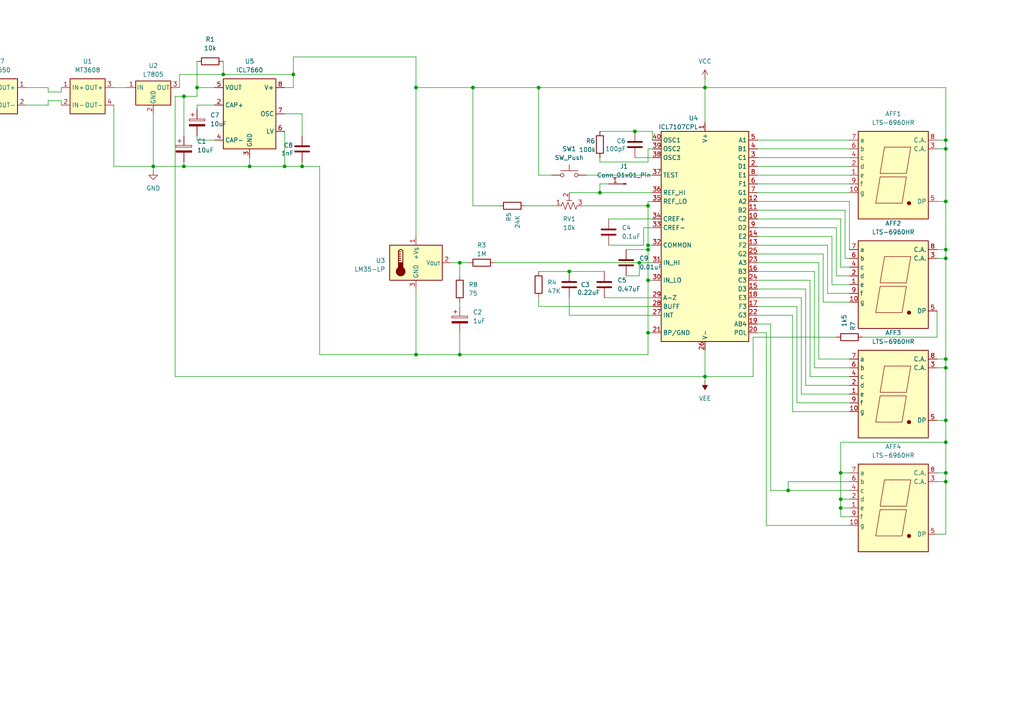
<source format=kicad_sch>
(kicad_sch (version 20231120) (generator "eeschema") (generator_version "8.0")
  (paper "A4")
  (lib_symbols
    (symbol "Analog_ADC:ICL7107CPL"
      (property "Reference" "U" (at -12.7 31.75 0))
      (property "Value" "ICL7107CPL" (at 0 0 0))
      (symbol "ICL7107CPL_0_1"
        (rectangle (start -12.7 30.48) (end 12.7 -30.48) (stroke (width 0.254)) (fill (type background)))
      )
      (symbol "ICL7107CPL_1_1"
        (pin power_in line (at 0 33.02 270) (length 2.54) (name "V+") (number "1"))
        (pin output line (at -15.24 5.08 0) (length 2.54) (name "C2") (number "10"))
        (pin output line (at -15.24 7.62 0) (length 2.54) (name "B2") (number "11"))
        (pin output line (at -15.24 10.16 0) (length 2.54) (name "A2") (number "12"))
        (pin output line (at -15.24 -2.54 0) (length 2.54) (name "F2") (number "13"))
        (pin output line (at -15.24 0 0) (length 2.54) (name "E2") (number "14"))
        (pin output line (at -15.24 -15.24 0) (length 2.54) (name "D3") (number "15"))
        (pin output line (at -15.24 -10.16 0) (length 2.54) (name "B3") (number "16"))
        (pin output line (at -15.24 -20.32 0) (length 2.54) (name "F3") (number "17"))
        (pin output line (at -15.24 -17.78 0) (length 2.54) (name "E3") (number "18"))
        (pin output line (at -15.24 -25.4 0) (length 2.54) (name "AB4") (number "19"))
        (pin output line (at -15.24 20.32 0) (length 2.54) (name "D1") (number "2"))
        (pin output line (at -15.24 -27.94 0) (length 2.54) (name "POL") (number "20"))
        (pin bidirectional line (at 15.24 -27.94 180) (length 2.54) (name "BP/GND") (number "21"))
        (pin output line (at -15.24 -22.86 0) (length 2.54) (name "G3") (number "22"))
        (pin output line (at -15.24 -7.62 0) (length 2.54) (name "A3") (number "23"))
        (pin output line (at -15.24 -12.7 0) (length 2.54) (name "C3") (number "24"))
        (pin output line (at -15.24 -5.08 0) (length 2.54) (name "G2") (number "25"))
        (pin power_in line (at 0 -33.02 90) (length 2.54) (name "V-") (number "26"))
        (pin passive line (at 15.24 -22.86 180) (length 2.54) (name "INT") (number "27"))
        (pin output line (at 15.24 -20.32 180) (length 2.54) (name "BUFF") (number "28"))
        (pin passive line (at 15.24 -17.78 180) (length 2.54) (name "A-Z") (number "29"))
        (pin output line (at -15.24 22.86 0) (length 2.54) (name "C1") (number "3"))
        (pin input line (at 15.24 -12.7 180) (length 2.54) (name "IN_LO") (number "30"))
        (pin input line (at 15.24 -7.62 180) (length 2.54) (name "IN_HI") (number "31"))
        (pin output line (at 15.24 -2.54 180) (length 2.54) (name "COMMON") (number "32"))
        (pin passive line (at 15.24 2.54 180) (length 2.54) (name "CREF-") (number "33"))
        (pin passive line (at 15.24 5.08 180) (length 2.54) (name "CREF+") (number "34"))
        (pin passive line (at 15.24 10.16 180) (length 2.54) (name "REF_LO") (number "35"))
        (pin passive line (at 15.24 12.7 180) (length 2.54) (name "REF_HI") (number "36"))
        (pin passive line (at 15.24 17.78 180) (length 2.54) (name "TEST") (number "37"))
        (pin passive line (at 15.24 22.86 180) (length 2.54) (name "OSC3") (number "38"))
        (pin passive line (at 15.24 25.4 180) (length 2.54) (name "OSC2") (number "39"))
        (pin output line (at -15.24 25.4 0) (length 2.54) (name "B1") (number "4"))
        (pin passive line (at 15.24 27.94 180) (length 2.54) (name "OSC1") (number "40"))
        (pin output line (at -15.24 27.94 0) (length 2.54) (name "A1") (number "5"))
        (pin output line (at -15.24 15.24 0) (length 2.54) (name "F1") (number "6"))
        (pin output line (at -15.24 12.7 0) (length 2.54) (name "G1") (number "7"))
        (pin output line (at -15.24 17.78 0) (length 2.54) (name "E1") (number "8"))
        (pin output line (at -15.24 2.54 0) (length 2.54) (name "D2") (number "9"))
      )
    )
    (symbol "Connector:Conn_01x01_Pin" (pin_names (offset 1.016) hide)
      (property "Reference" "J" (at 0 2.54 0))
      (property "Value" "Conn_01x01_Pin" (at 0 -2.54 0))
      (symbol "Conn_01x01_Pin_1_1"
        (polyline (pts (xy 1.27 0) (xy 0.8636 0)) (stroke (width 0.1524)))
        (rectangle (start 0.8636 0.127) (end 0 -0.127) (stroke (width 0.1524)) (fill (type outline)))
        (pin passive line (at 5.08 0 180) (length 3.81) (name "Pin_1") (number "1"))
      )
    )
    (symbol "Device:C" (pin_numbers hide) (pin_names (offset 0.254))
      (property "Reference" "C" (at 0.635 2.54 0))
      (property "Value" "C" (at 0.635 -2.54 0))
      (symbol "C_0_1"
        (polyline (pts (xy -2.032 -0.762) (xy 2.032 -0.762)) (stroke (width 0.508)))
        (polyline (pts (xy -2.032 0.762) (xy 2.032 0.762)) (stroke (width 0.508)))
      )
      (symbol "C_1_1"
        (pin passive line (at 0 3.81 270) (length 2.794) (name "~") (number "1"))
        (pin passive line (at 0 -3.81 90) (length 2.794) (name "~") (number "2"))
      )
    )
    (symbol "Device:C_Polarized" (pin_numbers hide) (pin_names (offset 0.254))
      (property "Reference" "C" (at 0.635 2.54 0))
      (property "Value" "C_Polarized" (at 0.635 -2.54 0))
      (symbol "C_Polarized_0_1"
        (rectangle (start -2.286 0.508) (end 2.286 1.016))
        (polyline (pts (xy -1.778 2.286) (xy -0.762 2.286)))
        (polyline (pts (xy -1.27 2.794) (xy -1.27 1.778)))
        (rectangle (start 2.286 -0.508) (end -2.286 -1.016) (fill (type outline)))
      )
      (symbol "C_Polarized_1_1"
        (pin passive line (at 0 3.81 270) (length 2.794) (name "~") (number "1"))
        (pin passive line (at 0 -3.81 90) (length 2.794) (name "~") (number "2"))
      )
    )
    (symbol "Device:R" (pin_numbers hide) (pin_names (offset 0))
      (property "Reference" "R" (at 2.032 0 90))
      (property "Value" "R" (at 0 0 90))
      (symbol "R_0_1"
        (rectangle (start -1.016 -2.54) (end 1.016 2.54) (stroke (width 0.254)))
      )
      (symbol "R_1_1"
        (pin passive line (at 0 3.81 270) (length 1.27) (name "~") (number "1"))
        (pin passive line (at 0 -3.81 90) (length 1.27) (name "~") (number "2"))
      )
    )
    (symbol "Device:R_Potentiometer_Trim_US" (pin_names (offset 1.016) hide)
      (property "Reference" "RV" (at -4.445 0 90))
      (property "Value" "R_Potentiometer_Trim_US" (at -2.54 0 90))
      (symbol "R_Potentiometer_Trim_US_0_1"
        (polyline (pts (xy 0 -2.286) (xy 0 -2.54)))
        (polyline (pts (xy 0 2.286) (xy 0 2.54)))
        (polyline (pts (xy 1.524 0.762) (xy 1.524 -0.762)))
        (polyline (pts (xy 2.54 0) (xy 1.524 0)))
        (polyline (pts (xy 0 -0.762) (xy 1.016 -1.143) (xy 0 -1.524) (xy -1.016 -1.905) (xy 0 -2.286)))
        (polyline (pts (xy 0 0.762) (xy 1.016 0.381) (xy 0 0) (xy -1.016 -0.381) (xy 0 -0.762)))
        (polyline (pts (xy 0 2.286) (xy 1.016 1.905) (xy 0 1.524) (xy -1.016 1.143) (xy 0 0.762)))
      )
      (symbol "R_Potentiometer_Trim_US_1_1"
        (pin passive line (at 0 3.81 270) (length 1.27) (name "1") (number "1"))
        (pin passive line (at 3.81 0 180) (length 1.27) (name "2") (number "2"))
        (pin passive line (at 0 -3.81 90) (length 1.27) (name "3") (number "3"))
      )
    )
    (symbol "Display_Character:LTS-6960HR"
      (property "Reference" "AFF" (at -7.874 13.97 0))
      (property "Value" "LTS-6960HR" (at -2.032 13.97 0))
      (symbol "LTS-6960HR_0_1"
        (rectangle (start -10.16 12.7) (end 10.16 -12.7) (stroke (width 0.254)) (fill (type background)))
        (polyline (pts (xy -3.81 -0.508) (xy 3.81 -0.508) (xy 2.54 -8.128) (xy -5.08 -8.128) (xy -3.81 -0.508) (xy -3.81 -0.508)))
        (polyline (pts (xy -2.54 8.128) (xy 5.08 8.128) (xy 3.81 0.508) (xy -3.81 0.508) (xy -2.54 8.128) (xy -2.54 8.128)))
        (circle (center 4.572 -8.128) (radius 0.508) (fill (type outline)))
      )
      (symbol "LTS-6960HR_1_1"
        (pin passive line (at -12.7 0 0) (length 2.54) (name "e") (number "1"))
        (pin passive line (at -12.7 -5.08 0) (length 2.54) (name "g") (number "10"))
        (pin passive line (at -12.7 2.54 0) (length 2.54) (name "d") (number "2"))
        (pin passive line (at 12.7 7.62 180) (length 2.54) (name "C.A.") (number "3"))
        (pin passive line (at -12.7 5.08 0) (length 2.54) (name "c") (number "4"))
        (pin passive line (at 12.7 -7.62 180) (length 2.54) (name "DP") (number "5"))
        (pin passive line (at -12.7 7.62 0) (length 2.54) (name "b") (number "6"))
        (pin passive line (at -12.7 10.16 0) (length 2.54) (name "a") (number "7"))
        (pin passive line (at 12.7 10.16 180) (length 2.54) (name "C.A.") (number "8"))
        (pin passive line (at -12.7 -2.54 0) (length 2.54) (name "f") (number "9"))
      )
    )
    (symbol "New_Library:18650"
      (property "Reference" "U" (at -2.54 8.89 0))
      (property "Value" "18650" (at -3.81 6.35 0))
      (symbol "18650_0_1"
        (rectangle (start -5.08 5.08) (end 5.08 -5.08) (stroke (width 0.254)) (fill (type background)))
      )
      (symbol "18650_1_1"
        (pin passive line (at 7.62 2.54 180) (length 2.54) (name "OUT+") (number "1"))
        (pin input line (at 7.62 -2.54 180) (length 2.54) (name "OUT-") (number "2"))
        (pin power_in line (at -7.62 2.54 0) (length 2.54) (name "IN+") (number "3"))
        (pin input line (at -7.62 -2.54 0) (length 2.54) (name "IN-") (number "4"))
        (pin no_connect line (at 5.08 0 180) (length 2.54) hide (name "NC") (number "6"))
      )
    )
    (symbol "New_Library:MT3608"
      (property "Reference" "U" (at -2.54 8.89 0))
      (property "Value" "MT3608" (at -3.81 6.35 0))
      (symbol "MT3608_0_1"
        (rectangle (start -5.08 5.08) (end 5.08 -5.08) (stroke (width 0.254)) (fill (type background)))
      )
      (symbol "MT3608_1_1"
        (pin power_in line (at -7.62 2.54 0) (length 2.54) (name "IN+") (number "1"))
        (pin input line (at -7.62 -2.54 0) (length 2.54) (name "IN-") (number "2"))
        (pin passive line (at 7.62 2.54 180) (length 2.54) (name "OUT+") (number "3"))
        (pin input line (at 7.62 -2.54 180) (length 2.54) (name "OUT-") (number "4"))
        (pin no_connect line (at 5.08 0 180) (length 2.54) hide (name "NC") (number "6"))
      )
    )
    (symbol "New_Library:TP4056"
      (property "Reference" "U" (at 0 0 0))
      (symbol "TP4056_1_1"
        (rectangle (start -5.08 3.81) (end 5.08 -3.81) (fill (type color) (color 255 251 198 1)))
        (text "TP4056\n" (at 0.254 4.826 0) (effects (font (size 1.27 1.27))))
        (pin output line (at 7.62 2.54 180) (length 2.54) (name "OUT+") (number "1"))
        (pin output line (at 7.62 -2.54 180) (length 2.54) (name "OUT-") (number "2"))
      )
    )
    (symbol "Regulator_Linear:L7805" (pin_names (offset 0.254))
      (property "Reference" "U" (at -3.81 3.175 0))
      (property "Value" "L7805" (at 0 3.175 0))
      (symbol "L7805_0_1"
        (rectangle (start -5.08 1.905) (end 5.08 -5.08) (stroke (width 0.254)) (fill (type background)))
      )
      (symbol "L7805_1_1"
        (pin power_in line (at -7.62 0 0) (length 2.54) (name "IN") (number "1"))
        (pin power_in line (at 0 -7.62 90) (length 2.54) (name "GND") (number "2"))
        (pin power_out line (at 7.62 0 180) (length 2.54) (name "OUT") (number "3"))
      )
    )
    (symbol "Regulator_SwitchedCapacitor:ICL7660"
      (property "Reference" "U" (at -6.35 11.43 0))
      (property "Value" "ICL7660" (at 3.81 11.43 0))
      (symbol "ICL7660_0_1"
        (rectangle (start -7.62 10.16) (end 7.62 -10.16) (stroke (width 0.254)) (fill (type background)))
      )
      (symbol "ICL7660_1_1"
        (pin no_connect line (at -7.62 5.08 0) (length 2.54) hide (name "NC") (number "1"))
        (pin input line (at 10.16 2.54 180) (length 2.54) (name "CAP+") (number "2"))
        (pin power_in line (at 0 -12.7 90) (length 2.54) (name "GND") (number "3"))
        (pin input line (at 10.16 -7.62 180) (length 2.54) (name "CAP-") (number "4"))
        (pin power_out line (at 10.16 7.62 180) (length 2.54) (name "VOUT") (number "5"))
        (pin input line (at -10.16 -5.08 0) (length 2.54) (name "LV") (number "6"))
        (pin input line (at -10.16 0 0) (length 2.54) (name "OSC") (number "7"))
        (pin power_in line (at -10.16 7.62 0) (length 2.54) (name "V+") (number "8"))
      )
    )
    (symbol "Sensor_Temperature:LM35-LP"
      (property "Reference" "U" (at -6.35 6.35 0))
      (property "Value" "LM35-LP" (at 1.27 6.35 0))
      (symbol "LM35-LP_0_1"
        (rectangle (start -7.62 5.08) (end 7.62 -5.08) (stroke (width 0.254)) (fill (type background)))
        (circle (center -4.445 -2.54) (radius 1.27) (stroke (width 0.254)) (fill (type outline)))
        (rectangle (start -3.81 -1.905) (end -5.08 0) (stroke (width 0.254)) (fill (type outline)))
        (arc (start -3.81 3.175) (mid -4.445 3.8073) (end -5.08 3.175) (stroke (width 0.254)))
        (polyline (pts (xy -5.08 0.635) (xy -4.445 0.635)) (stroke (width 0.254)))
        (polyline (pts (xy -5.08 1.27) (xy -4.445 1.27)) (stroke (width 0.254)))
        (polyline (pts (xy -5.08 1.905) (xy -4.445 1.905)) (stroke (width 0.254)))
        (polyline (pts (xy -5.08 2.54) (xy -4.445 2.54)) (stroke (width 0.254)))
        (polyline (pts (xy -5.08 3.175) (xy -5.08 0)) (stroke (width 0.254)))
        (polyline (pts (xy -5.08 3.175) (xy -4.445 3.175)) (stroke (width 0.254)))
        (polyline (pts (xy -3.81 3.175) (xy -3.81 0)) (stroke (width 0.254)))
      )
      (symbol "LM35-LP_1_1"
        (pin power_in line (at 0 7.62 270) (length 2.54) (name "+V_{S}") (number "1"))
        (pin output line (at 10.16 0 180) (length 2.54) (name "V_{OUT}") (number "2"))
        (pin power_in line (at 0 -7.62 90) (length 2.54) (name "GND") (number "3"))
      )
    )
    (symbol "Switch:SW_Push" (pin_numbers hide) (pin_names (offset 1.016) hide)
      (property "Reference" "SW" (at 1.27 2.54 0))
      (property "Value" "SW_Push" (at 0 -1.524 0))
      (symbol "SW_Push_0_1"
        (circle (center -2.032 0) (radius 0.508))
        (polyline (pts (xy 0 1.27) (xy 0 3.048)))
        (polyline (pts (xy 2.54 1.27) (xy -2.54 1.27)))
        (circle (center 2.032 0) (radius 0.508))
        (pin passive line (at -5.08 0 0) (length 2.54) (name "1") (number "1"))
        (pin passive line (at 5.08 0 180) (length 2.54) (name "2") (number "2"))
      )
    )
    (symbol "power:GND" (power) (pin_numbers hide) (pin_names (offset 0) hide)
      (property "Value" "GND" (at 0 -3.81 0))
      (symbol "GND_0_1"
        (polyline (pts (xy 0 0) (xy 0 -1.27) (xy 1.27 -1.27) (xy 0 -2.54) (xy -1.27 -1.27) (xy 0 -1.27)))
      )
      (symbol "GND_1_1"
        (pin power_in line (at 0 0 270) (length 0) (name "~") (number "1"))
      )
    )
    (symbol "power:VCC" (power) (pin_numbers hide) (pin_names (offset 0) hide)
      (property "Value" "VCC" (at 0 3.556 0))
      (symbol "VCC_0_1"
        (polyline (pts (xy -0.762 1.27) (xy 0 2.54)))
        (polyline (pts (xy 0 0) (xy 0 2.54)))
        (polyline (pts (xy 0 2.54) (xy 0.762 1.27)))
      )
      (symbol "VCC_1_1"
        (pin power_in line (at 0 0 90) (length 0) (name "~") (number "1"))
      )
    )
    (symbol "power:VEE" (power) (pin_numbers hide) (pin_names (offset 0) hide)
      (property "Value" "VEE" (at 0 3.556 0))
      (symbol "VEE_0_1"
        (polyline (pts (xy 0 0) (xy 0 2.54)))
        (polyline (pts (xy 0.762 1.27) (xy -0.762 1.27) (xy 0 2.54) (xy 0.762 1.27)) (fill (type outline)))
      )
      (symbol "VEE_1_1"
        (pin power_in line (at 0 0 90) (length 0) (name "~") (number "1"))
      )
    )
  )
  (junction (at 187.96 59.69))
  (junction (at 274.32 139.7))
  (junction (at 274.32 58.42))
  (junction (at 187.96 72.39))
  (junction (at 274.32 104.14))
  (junction (at 156.21 25.4))
  (junction (at 120.65 25.4))
  (junction (at 185.42 76.2))
  (junction (at 228.6 142.24))
  (junction (at 204.47 25.4))
  (junction (at 57.15 25.4))
  (junction (at 187.96 81.28))
  (junction (at 243.84 137.16))
  (junction (at 53.34 48.26))
  (junction (at 87.63 48.26))
  (junction (at 243.84 144.78))
  (junction (at 72.39 48.26))
  (junction (at 274.32 72.39))
  (junction (at 165.1 78.74))
  (junction (at 274.32 106.68))
  (junction (at 274.32 128.27))
  (junction (at 274.32 74.93))
  (junction (at 274.32 43.18))
  (junction (at 274.32 137.16))
  (junction (at 274.32 40.64))
  (junction (at 243.84 147.32))
  (junction (at 173.99 55.88))
  (junction (at 187.96 71.12))
  (junction (at 133.35 76.2))
  (junction (at 137.16 25.4))
  (junction (at 187.96 96.52))
  (junction (at 274.32 121.92))
  (junction (at 85.09 21.59))
  (junction (at 133.35 102.87))
  (junction (at 204.47 109.22))
  (junction (at 53.34 27.94))
  (junction (at 44.45 48.26))
  (junction (at 64.77 21.59))
  (junction (at 82.55 48.26))
  (junction (at 184.15 38.1))
  (junction (at 120.65 102.87))
  (wire (pts (xy 53.34 46.99) (xy 53.34 48.26)))
  (wire (pts (xy 219.71 81.28) (xy 234.95 81.28)))
  (wire (pts (xy 229.87 119.38) (xy 246.38 119.38)))
  (wire (pts (xy 52.07 21.59) (xy 64.77 21.59)))
  (wire (pts (xy 57.15 31.75) (xy 57.15 30.48)))
  (wire (pts (xy 223.52 142.24) (xy 228.6 142.24)))
  (wire (pts (xy 189.23 66.04) (xy 186.69 66.04)))
  (wire (pts (xy 204.47 22.86) (xy 204.47 25.4)))
  (wire (pts (xy 176.53 63.5) (xy 189.23 63.5)))
  (wire (pts (xy 246.38 77.47) (xy 243.84 77.47)))
  (wire (pts (xy 274.32 72.39) (xy 274.32 58.42)))
  (wire (pts (xy 246.38 144.78) (xy 243.84 144.78)))
  (wire (pts (xy 187.96 72.39) (xy 187.96 81.28)))
  (wire (pts (xy 120.65 25.4) (xy 137.16 25.4)))
  (wire (pts (xy 57.15 25.4) (xy 62.23 25.4)))
  (wire (pts (xy 44.45 33.02) (xy 44.45 48.26)))
  (wire (pts (xy 87.63 46.99) (xy 87.63 48.26)))
  (wire (pts (xy 229.87 91.44) (xy 229.87 119.38)))
  (wire (pts (xy 44.45 48.26) (xy 44.45 49.53)))
  (wire (pts (xy 57.15 27.94) (xy 57.15 25.4)))
  (wire (pts (xy 242.57 80.01) (xy 246.38 80.01)))
  (wire (pts (xy 238.76 87.63) (xy 246.38 87.63)))
  (wire (pts (xy 87.63 39.37) (xy 87.63 33.02)))
  (wire (pts (xy 57.15 39.37) (xy 57.15 40.64)))
  (wire (pts (xy 173.99 38.1) (xy 184.15 38.1)))
  (wire (pts (xy 133.35 76.2) (xy 135.89 76.2)))
  (wire (pts (xy 274.32 106.68) (xy 274.32 121.92)))
  (wire (pts (xy 44.45 48.26) (xy 53.34 48.26)))
  (wire (pts (xy 245.11 74.93) (xy 246.38 74.93)))
  (wire (pts (xy 237.49 76.2) (xy 237.49 104.14)))
  (wire (pts (xy 137.16 25.4) (xy 137.16 59.69)))
  (wire (pts (xy 57.15 40.64) (xy 62.23 40.64)))
  (wire (pts (xy 204.47 109.22) (xy 204.47 110.49)))
  (wire (pts (xy 53.34 27.94) (xy 57.15 27.94)))
  (wire (pts (xy 271.78 40.64) (xy 274.32 40.64)))
  (wire (pts (xy 189.23 88.9) (xy 156.21 88.9)))
  (wire (pts (xy 57.15 30.48) (xy 62.23 30.48)))
  (wire (pts (xy 52.07 25.4) (xy 52.07 21.59)))
  (wire (pts (xy 50.8 109.22) (xy 204.47 109.22)))
  (wire (pts (xy 274.32 106.68) (xy 274.32 104.14)))
  (wire (pts (xy 274.32 139.7) (xy 274.32 137.16)))
  (wire (pts (xy 243.84 149.86) (xy 243.84 147.32)))
  (wire (pts (xy 165.1 91.44) (xy 165.1 86.36)))
  (wire (pts (xy 219.71 76.2) (xy 237.49 76.2)))
  (wire (pts (xy 187.96 43.18) (xy 189.23 43.18)))
  (wire (pts (xy 161.29 59.69) (xy 152.4 59.69)))
  (wire (pts (xy 219.71 96.52) (xy 222.25 96.52)))
  (wire (pts (xy 173.99 46.99) (xy 187.96 46.99)))
  (wire (pts (xy 13.97 25.4) (xy 13.97 26.67)))
  (wire (pts (xy 274.32 154.94) (xy 274.32 139.7)))
  (wire (pts (xy 271.78 90.17) (xy 271.78 97.79)))
  (wire (pts (xy 156.21 78.74) (xy 165.1 78.74)))
  (wire (pts (xy 120.65 102.87) (xy 133.35 102.87)))
  (wire (pts (xy 219.71 66.04) (xy 242.57 66.04)))
  (wire (pts (xy 271.78 74.93) (xy 274.32 74.93)))
  (wire (pts (xy 223.52 93.98) (xy 223.52 142.24)))
  (wire (pts (xy 243.84 144.78) (xy 243.84 137.16)))
  (wire (pts (xy 33.02 25.4) (xy 36.83 25.4)))
  (wire (pts (xy 186.69 66.04) (xy 186.69 71.12)))
  (wire (pts (xy 72.39 48.26) (xy 72.39 45.72)))
  (wire (pts (xy 246.38 149.86) (xy 243.84 149.86)))
  (wire (pts (xy 57.15 17.78) (xy 57.15 25.4)))
  (wire (pts (xy 82.55 25.4) (xy 85.09 25.4)))
  (wire (pts (xy 7.62 30.48) (xy 13.97 30.48)))
  (wire (pts (xy 7.62 25.4) (xy 13.97 25.4)))
  (wire (pts (xy 243.84 147.32) (xy 243.84 144.78)))
  (wire (pts (xy 246.38 116.84) (xy 231.14 116.84)))
  (wire (pts (xy 186.69 71.12) (xy 176.53 71.12)))
  (wire (pts (xy 175.26 86.36) (xy 189.23 86.36)))
  (wire (pts (xy 219.71 86.36) (xy 232.41 86.36)))
  (wire (pts (xy 189.23 58.42) (xy 187.96 58.42)))
  (wire (pts (xy 53.34 39.37) (xy 53.34 27.94)))
  (wire (pts (xy 156.21 88.9) (xy 156.21 86.36)))
  (wire (pts (xy 219.71 50.8) (xy 246.38 50.8)))
  (wire (pts (xy 245.11 60.96) (xy 245.11 74.93)))
  (wire (pts (xy 219.71 45.72) (xy 246.38 45.72)))
  (wire (pts (xy 219.71 91.44) (xy 229.87 91.44)))
  (wire (pts (xy 17.78 26.67) (xy 17.78 25.4)))
  (wire (pts (xy 92.71 102.87) (xy 92.71 48.26)))
  (wire (pts (xy 274.32 25.4) (xy 274.32 40.64)))
  (wire (pts (xy 219.71 60.96) (xy 245.11 60.96)))
  (wire (pts (xy 184.15 38.1) (xy 189.23 38.1)))
  (wire (pts (xy 242.57 66.04) (xy 242.57 80.01)))
  (wire (pts (xy 238.76 73.66) (xy 238.76 87.63)))
  (wire (pts (xy 130.81 76.2) (xy 133.35 76.2)))
  (wire (pts (xy 165.1 78.74) (xy 175.26 78.74)))
  (wire (pts (xy 187.96 71.12) (xy 189.23 71.12)))
  (wire (pts (xy 185.42 80.01) (xy 185.42 76.2)))
  (wire (pts (xy 219.71 48.26) (xy 246.38 48.26)))
  (wire (pts (xy 219.71 55.88) (xy 246.38 55.88)))
  (wire (pts (xy 236.22 78.74) (xy 219.71 78.74)))
  (wire (pts (xy 271.78 121.92) (xy 274.32 121.92)))
  (wire (pts (xy 53.34 27.94) (xy 50.8 27.94)))
  (wire (pts (xy 223.52 93.98) (xy 219.71 93.98)))
  (wire (pts (xy 271.78 43.18) (xy 274.32 43.18)))
  (wire (pts (xy 219.71 71.12) (xy 240.03 71.12)))
  (wire (pts (xy -13.97 30.48) (xy -7.62 30.48)))
  (wire (pts (xy 13.97 26.67) (xy 17.78 26.67)))
  (wire (pts (xy 274.32 58.42) (xy 274.32 43.18)))
  (wire (pts (xy 185.42 76.2) (xy 189.23 76.2)))
  (wire (pts (xy 243.84 77.47) (xy 243.84 63.5)))
  (wire (pts (xy 173.99 53.34) (xy 173.99 55.88)))
  (wire (pts (xy 222.25 152.4) (xy 246.38 152.4)))
  (wire (pts (xy 85.09 16.51) (xy 120.65 16.51)))
  (wire (pts (xy 241.3 68.58) (xy 219.71 68.58)))
  (wire (pts (xy 219.71 43.18) (xy 246.38 43.18)))
  (wire (pts (xy 243.84 63.5) (xy 219.71 63.5)))
  (wire (pts (xy 236.22 106.68) (xy 236.22 78.74)))
  (wire (pts (xy 246.38 142.24) (xy 228.6 142.24)))
  (wire (pts (xy 246.38 58.42) (xy 219.71 58.42)))
  (wire (pts (xy -13.97 25.4) (xy -7.62 25.4)))
  (wire (pts (xy 87.63 33.02) (xy 82.55 33.02)))
  (wire (pts (xy 222.25 96.52) (xy 222.25 152.4)))
  (wire (pts (xy 184.15 45.72) (xy 189.23 45.72)))
  (wire (pts (xy 189.23 81.28) (xy 187.96 81.28)))
  (wire (pts (xy 187.96 96.52) (xy 187.96 102.87)))
  (wire (pts (xy 204.47 101.6) (xy 204.47 109.22)))
  (wire (pts (xy 165.1 55.88) (xy 173.99 55.88)))
  (wire (pts (xy 133.35 87.63) (xy 133.35 88.9)))
  (wire (pts (xy 246.38 147.32) (xy 243.84 147.32)))
  (wire (pts (xy 87.63 48.26) (xy 82.55 48.26)))
  (wire (pts (xy 120.65 16.51) (xy 120.65 25.4)))
  (wire (pts (xy 181.61 80.01) (xy 185.42 80.01)))
  (wire (pts (xy 120.65 102.87) (xy 92.71 102.87)))
  (wire (pts (xy 173.99 45.72) (xy 173.99 46.99)))
  (wire (pts (xy 133.35 102.87) (xy 187.96 102.87)))
  (wire (pts (xy 204.47 25.4) (xy 204.47 35.56)))
  (wire (pts (xy 13.97 30.48) (xy 13.97 29.21)))
  (wire (pts (xy 274.32 104.14) (xy 274.32 74.93)))
  (wire (pts (xy 144.78 59.69) (xy 137.16 59.69)))
  (wire (pts (xy 204.47 25.4) (xy 274.32 25.4)))
  (wire (pts (xy 187.96 58.42) (xy 187.96 59.69)))
  (wire (pts (xy 274.32 74.93) (xy 274.32 72.39)))
  (wire (pts (xy 274.32 121.92) (xy 274.32 128.27)))
  (wire (pts (xy 228.6 142.24) (xy 228.6 139.7)))
  (wire (pts (xy 219.71 40.64) (xy 246.38 40.64)))
  (wire (pts (xy 189.23 40.64) (xy 189.23 38.1)))
  (wire (pts (xy 237.49 104.14) (xy 246.38 104.14)))
  (wire (pts (xy 271.78 97.79) (xy 250.19 97.79)))
  (wire (pts (xy 143.51 76.2) (xy 185.42 76.2)))
  (wire (pts (xy 189.23 96.52) (xy 187.96 96.52)))
  (wire (pts (xy 246.38 111.76) (xy 233.68 111.76)))
  (wire (pts (xy 271.78 106.68) (xy 274.32 106.68)))
  (wire (pts (xy 271.78 154.94) (xy 274.32 154.94)))
  (wire (pts (xy 231.14 88.9) (xy 219.71 88.9)))
  (wire (pts (xy 53.34 48.26) (xy 72.39 48.26)))
  (wire (pts (xy 181.61 72.39) (xy 187.96 72.39)))
  (wire (pts (xy 156.21 50.8) (xy 160.02 50.8)))
  (wire (pts (xy 156.21 25.4) (xy 156.21 50.8)))
  (wire (pts (xy 176.53 53.34) (xy 173.99 53.34)))
  (wire (pts (xy 82.55 48.26) (xy 72.39 48.26)))
  (wire (pts (xy 240.03 85.09) (xy 246.38 85.09)))
  (wire (pts (xy 50.8 27.94) (xy 50.8 109.22)))
  (wire (pts (xy 173.99 55.88) (xy 189.23 55.88)))
  (wire (pts (xy 189.23 91.44) (xy 165.1 91.44)))
  (wire (pts (xy 187.96 71.12) (xy 187.96 72.39)))
  (wire (pts (xy 243.84 128.27) (xy 243.84 137.16)))
  (wire (pts (xy 246.38 106.68) (xy 236.22 106.68)))
  (wire (pts (xy 168.91 59.69) (xy 187.96 59.69)))
  (wire (pts (xy 233.68 111.76) (xy 233.68 83.82)))
  (wire (pts (xy 271.78 58.42) (xy 274.32 58.42)))
  (wire (pts (xy 246.38 72.39) (xy 246.38 58.42)))
  (wire (pts (xy 271.78 137.16) (xy 274.32 137.16)))
  (wire (pts (xy 13.97 29.21) (xy 17.78 29.21)))
  (wire (pts (xy 240.03 71.12) (xy 240.03 85.09)))
  (wire (pts (xy 85.09 21.59) (xy 85.09 25.4)))
  (wire (pts (xy 219.71 53.34) (xy 246.38 53.34)))
  (wire (pts (xy 274.32 128.27) (xy 274.32 137.16)))
  (wire (pts (xy 219.71 73.66) (xy 238.76 73.66)))
  (wire (pts (xy 218.44 97.79) (xy 218.44 109.22)))
  (wire (pts (xy 218.44 109.22) (xy 204.47 109.22)))
  (wire (pts (xy 187.96 46.99) (xy 187.96 43.18)))
  (wire (pts (xy 271.78 104.14) (xy 274.32 104.14)))
  (wire (pts (xy 241.3 82.55) (xy 241.3 68.58)))
  (wire (pts (xy 170.18 50.8) (xy 189.23 50.8)))
  (wire (pts (xy 271.78 72.39) (xy 274.32 72.39)))
  (wire (pts (xy 64.77 17.78) (xy 64.77 21.59)))
  (wire (pts (xy 242.57 97.79) (xy 218.44 97.79)))
  (wire (pts (xy 274.32 43.18) (xy 274.32 40.64)))
  (wire (pts (xy 243.84 128.27) (xy 274.32 128.27)))
  (wire (pts (xy 120.65 83.82) (xy 120.65 102.87)))
  (wire (pts (xy 156.21 25.4) (xy 137.16 25.4)))
  (wire (pts (xy 64.77 21.59) (xy 85.09 21.59)))
  (wire (pts (xy 82.55 38.1) (xy 82.55 48.26)))
  (wire (pts (xy 233.68 83.82) (xy 219.71 83.82)))
  (wire (pts (xy 17.78 29.21) (xy 17.78 30.48)))
  (wire (pts (xy 133.35 80.01) (xy 133.35 76.2)))
  (wire (pts (xy 232.41 86.36) (xy 232.41 114.3)))
  (wire (pts (xy 234.95 81.28) (xy 234.95 109.22)))
  (wire (pts (xy 120.65 25.4) (xy 120.65 68.58)))
  (wire (pts (xy 187.96 59.69) (xy 187.96 71.12)))
  (wire (pts (xy 246.38 139.7) (xy 228.6 139.7)))
  (wire (pts (xy 234.95 109.22) (xy 246.38 109.22)))
  (wire (pts (xy 271.78 139.7) (xy 274.32 139.7)))
  (wire (pts (xy 246.38 137.16) (xy 243.84 137.16)))
  (wire (pts (xy 133.35 96.52) (xy 133.35 102.87)))
  (wire (pts (xy 232.41 114.3) (xy 246.38 114.3)))
  (wire (pts (xy 246.38 82.55) (xy 241.3 82.55)))
  (wire (pts (xy 231.14 116.84) (xy 231.14 88.9)))
  (wire (pts (xy 33.02 48.26) (xy 44.45 48.26)))
  (wire (pts (xy 156.21 25.4) (xy 204.47 25.4)))
  (wire (pts (xy 187.96 81.28) (xy 187.96 96.52)))
  (wire (pts (xy 85.09 21.59) (xy 85.09 16.51)))
  (wire (pts (xy 33.02 30.48) (xy 33.02 48.26)))
  (wire (pts (xy 92.71 48.26) (xy 87.63 48.26)))
  (symbol (lib_id "Device:C") (at 175.26 82.55 0) (unit 1)
    (property "Reference" "C5" (at 179.07 81.2799 0) (effects (justify left)))
    (property "Value" "0.47uF" (at 179.07 83.8199 0) (effects (justify left)))
    (property "Footprint" "Capacitor_THT:C_Disc_D12.5mm_W5.0mm_P10.00mm" (effects (hide yes)))
  )
  (symbol (lib_id "power:VEE") (at 204.47 110.49 180) (unit 1)
    (property "Reference" "#PWR03" (effects (hide yes)))
    (property "Value" "VEE" (at 204.47 115.57 0))
    (property "Description" "Power symbol creates a global label with name \"VEE\"" (effects (hide yes)))
  )
  (symbol (lib_id "Device:C") (at 165.1 82.55 0) (unit 1)
    (property "Reference" "C3" (at 168.402 82.55 0) (effects (justify left)))
    (property "Value" "0.22uF" (at 167.386 84.836 0) (effects (justify left)))
    (property "Footprint" "Capacitor_THT:C_Disc_D10.5mm_W5.0mm_P7.50mm" (effects (hide yes)))
  )
  (symbol (lib_id "Regulator_SwitchedCapacitor:ICL7660") (at 72.39 33.02 0) (mirror y) (unit 1)
    (property "Reference" "U5" (at 72.39 17.78 0))
    (property "Value" "ICL7660" (at 72.39 20.32 0))
    (property "Footprint" "Package_DIP:DIP-8_W7.62mm_LongPads" (effects (hide yes)))
    (property "Datasheet" "http://datasheets.maximintegrated.com/en/ds/ICL7660-MAX1044.pdf" (effects (hide yes)))
    (property "Description" "Switched-Capacitor Voltage Converter, 1.5V to 10.0V operating supply voltage, 10mA with a 0.5V output drop, SO-8/DIP-8/µMAX-8/TO-99" (effects (hide yes)))
  )
  (symbol (lib_id "New_Library:TP4056") (at -21.59 27.94 0) (unit 1)
    (property "Reference" "U6" (at -21.59 19.05 0))
    (property "Value" "~" (at -21.59 20.32 0))
    (property "Footprint" "Library:TP4056" (effects (hide yes)))
  )
  (symbol (lib_id "Device:C") (at 176.53 67.31 0) (unit 1)
    (property "Reference" "C4" (at 180.34 66.0399 0) (effects (justify left)))
    (property "Value" "0.1uF" (at 180.34 68.5799 0) (effects (justify left)))
    (property "Footprint" "Capacitor_THT:C_Disc_D10.5mm_W5.0mm_P7.50mm" (effects (hide yes)))
  )
  (symbol (lib_id "Device:R") (at 173.99 41.91 0) (unit 1)
    (property "Reference" "R6" (at 169.926 40.894 0) (effects (justify left)))
    (property "Value" "100k" (at 167.894 43.434 0) (effects (justify left)))
    (property "Footprint" "Resistor_THT:R_Axial_DIN0309_L9.0mm_D3.2mm_P15.24mm_Horizontal" (effects (hide yes)))
  )
  (symbol (lib_id "New_Library:MT3608") (at 25.4 27.94 0) (unit 1)
    (property "Reference" "U1" (at 25.4 17.78 0))
    (property "Value" "MT3608" (at 25.4 20.32 0))
    (property "Footprint" "Library:MT3608" (effects (hide yes)))
    (property "Datasheet" "https://www.olimex.com/Products/Breadboarding/BB-PWR-3608/resources/MT3608.pdf" (effects (hide yes)))
    (property "Description" "High Efficiency 1.2MHz 2A Step Up Converter, 2-24V Vin, 28V Vout, 4A current limit, 1.2MHz, SOT23-6" (effects (hide yes)))
  )
  (symbol (lib_id "Regulator_Linear:L7805") (at 44.45 25.4 0) (unit 1)
    (property "Reference" "U2" (at 44.45 19.05 0))
    (property "Value" "L7805" (at 44.45 21.59 0))
    (property "Footprint" "Package_TO_SOT_THT:TO-220-3_Vertical" (effects (hide yes)))
    (property "Datasheet" "http://www.st.com/content/ccc/resource/technical/document/datasheet/41/4f/b3/b0/12/d4/47/88/CD00000444.pdf/files/CD00000444.pdf/jcr:content/translations/en.CD00000444.pdf" (effects (hide yes)))
    (property "Description" "Positive 1.5A 35V Linear Regulator, Fixed Output 5V, TO-220/TO-263/TO-252" (effects (hide yes)))
  )
  (symbol (lib_id "Device:R_Potentiometer_Trim_US") (at 165.1 59.69 90) (unit 1)
    (property "Reference" "RV1" (at 165.1 63.5 90))
    (property "Value" "10k" (at 165.1 66.04 90))
    (property "Footprint" "Library:TRIM_3296W-1-250" (effects (hide yes)))
  )
  (symbol (lib_id "Device:C") (at 181.61 76.2 0) (unit 1)
    (property "Reference" "C9" (at 185.42 74.9299 0) (effects (justify left)))
    (property "Value" "0.01uF" (at 185.42 77.4699 0) (effects (justify left)))
    (property "Footprint" "Capacitor_THT:C_Disc_D10.5mm_W5.0mm_P7.50mm" (effects (hide yes)))
  )
  (symbol (lib_id "Display_Character:LTS-6960HR") (at 259.08 82.55 0) (unit 1)
    (property "Reference" "AFF2" (at 259.08 64.77 0))
    (property "Value" "LTS-6960HR" (at 259.08 67.31 0))
    (property "Footprint" "Display_7Segment:7SegmentLED_LTS6760_LTS6780" (effects (hide yes)))
    (property "Datasheet" "https://datasheet.octopart.com/LTS-6960HR-Lite-On-datasheet-11803242.pdf" (effects (hide yes)))
  )
  (symbol (lib_id "Device:C") (at 87.63 43.18 0) (unit 1)
    (property "Reference" "C8" (at 82.296 42.164 0) (effects (justify left)))
    (property "Value" "1nF" (at 81.534 44.45 0) (effects (justify left)))
    (property "Footprint" "Capacitor_THT:C_Disc_D10.5mm_W5.0mm_P5.00mm" (effects (hide yes)))
  )
  (symbol (lib_id "Display_Character:LTS-6960HR") (at 259.08 114.3 0) (unit 1)
    (property "Reference" "AFF3" (at 259.08 96.52 0))
    (property "Value" "LTS-6960HR" (at 259.08 99.06 0))
    (property "Footprint" "Display_7Segment:7SegmentLED_LTS6760_LTS6780" (effects (hide yes)))
    (property "Datasheet" "https://datasheet.octopart.com/LTS-6960HR-Lite-On-datasheet-11803242.pdf" (effects (hide yes)))
  )
  (symbol (lib_id "Device:R") (at 60.96 17.78 90) (unit 1)
    (property "Reference" "R1" (at 60.96 11.43 90))
    (property "Value" "10k" (at 60.96 13.97 90))
    (property "Footprint" "Resistor_THT:R_Axial_DIN0309_L9.0mm_D3.2mm_P15.24mm_Horizontal" (effects (hide yes)))
  )
  (symbol (lib_id "Device:R") (at 246.38 97.79 270) (unit 1)
    (property "Reference" "R7" (at 247.396 93.218 0) (effects (justify left)))
    (property "Value" "1k5" (at 244.856 91.186 0) (effects (justify left)))
    (property "Footprint" "Resistor_THT:R_Axial_DIN0309_L9.0mm_D3.2mm_P15.24mm_Horizontal" (effects (hide yes)))
  )
  (symbol (lib_id "Display_Character:LTS-6960HR") (at 259.08 147.32 0) (unit 1)
    (property "Reference" "AFF4" (at 259.08 129.54 0))
    (property "Value" "LTS-6960HR" (at 259.08 132.08 0))
    (property "Footprint" "Display_7Segment:7SegmentLED_LTS6760_LTS6780" (effects (hide yes)))
    (property "Datasheet" "https://datasheet.octopart.com/LTS-6960HR-Lite-On-datasheet-11803242.pdf" (effects (hide yes)))
  )
  (symbol (lib_id "power:VCC") (at 204.47 22.86 0) (unit 1)
    (property "Reference" "#PWR02" (effects (hide yes)))
    (property "Value" "VCC" (at 204.47 17.78 0))
    (property "Description" "Power symbol creates a global label with name \"VCC\"" (effects (hide yes)))
  )
  (symbol (lib_id "Display_Character:LTS-6960HR") (at 259.08 50.8 0) (unit 1)
    (property "Reference" "AFF1" (at 259.08 33.02 0))
    (property "Value" "LTS-6960HR" (at 259.08 35.56 0))
    (property "Footprint" "Display_7Segment:7SegmentLED_LTS6760_LTS6780" (effects (hide yes)))
    (property "Datasheet" "https://datasheet.octopart.com/LTS-6960HR-Lite-On-datasheet-11803242.pdf" (effects (hide yes)))
  )
  (symbol (lib_id "Connector:Conn_01x01_Pin") (at 181.61 53.34 180) (unit 1)
    (property "Reference" "J1" (at 180.975 48.26 0))
    (property "Value" "Conn_01x01_Pin" (at 180.975 50.8 0))
    (property "Footprint" "Connector_PinHeader_1.00mm:PinHeader_1x01_P1.00mm_Vertical" (effects (hide yes)))
    (property "Description" "Generic connector, single row, 01x01, script generated" (effects (hide yes)))
  )
  (symbol (lib_id "Switch:SW_Push") (at 165.1 50.8 0) (unit 1)
    (property "Reference" "SW1" (at 165.1 43.18 0))
    (property "Value" "SW_Push" (at 165.1 45.72 0))
    (property "Footprint" "Button_Switch_THT:SW_PUSH_6mm" (effects (hide yes)))
  )
  (symbol (lib_id "Device:C_Polarized") (at 53.34 43.18 0) (unit 1)
    (property "Reference" "C1" (at 57.15 41.0209 0) (effects (justify left)))
    (property "Value" "10uF" (at 57.15 43.5609 0) (effects (justify left)))
    (property "Footprint" "Capacitor_THT:CP_Radial_D5.0mm_P2.00mm" (effects (hide yes)))
    (property "Description" "Polarized capacitor" (effects (hide yes)))
  )
  (symbol (lib_id "Device:C") (at 184.15 41.91 0) (unit 1)
    (property "Reference" "C6" (at 178.816 40.894 0) (effects (justify left)))
    (property "Value" "100pF" (at 175.514 43.18 0) (effects (justify left)))
    (property "Footprint" "Capacitor_THT:C_Disc_D10.5mm_W5.0mm_P5.00mm" (effects (hide yes)))
  )
  (symbol (lib_id "New_Library:18650") (at 0 27.94 0) (unit 1)
    (property "Reference" "U7" (at 0 17.78 0))
    (property "Value" "18650" (at 0 20.32 0))
    (property "Footprint" "Library:BatteryHolder_MPD_BH-18650-PC2" (effects (hide yes)))
    (property "Datasheet" "https://www.olimex.com/Products/Breadboarding/BB-PWR-3608/resources/MT3608.pdf" (effects (hide yes)))
    (property "Description" "High Efficiency 1.2MHz 2A Step Up Converter, 2-24V Vin, 28V Vout, 4A current limit, 1.2MHz, SOT23-6" (effects (hide yes)))
  )
  (symbol (lib_id "power:GND") (at 44.45 49.53 0) (unit 1)
    (property "Reference" "#PWR01" (effects (hide yes)))
    (property "Value" "GND" (at 44.45 54.61 0))
    (property "Description" "Power symbol creates a global label with name \"GND\" , ground" (effects (hide yes)))
  )
  (symbol (lib_id "Device:C_Polarized") (at 57.15 35.56 0) (unit 1)
    (property "Reference" "C7" (at 60.96 33.4009 0) (effects (justify left)))
    (property "Value" "10uF" (at 60.96 35.9409 0) (effects (justify left)))
    (property "Footprint" "Capacitor_THT:CP_Radial_D5.0mm_P2.00mm" (effects (hide yes)))
    (property "Description" "Polarized capacitor" (effects (hide yes)))
  )
  (symbol (lib_id "Analog_ADC:ICL7107CPL") (at 204.47 68.58 0) (mirror y) (unit 1)
    (property "Reference" "U4" (at 202.5141 34.29 0) (effects (justify left)))
    (property "Value" "ICL7107CPL" (at 202.5141 36.83 0) (effects (justify left)))
    (property "Footprint" "Package_DIP:DIP-40_W15.24mm_LongPads" (effects (hide yes)))
    (property "Datasheet" "https://www.renesas.com/eu/en/www/doc/datasheet/icl7106-07-07s.pdf" (effects (hide yes)))
  )
  (symbol (lib_id "Device:R") (at 156.21 82.55 0) (unit 1)
    (property "Reference" "R4" (at 158.75 81.915 0) (effects (justify left)))
    (property "Value" "47K" (at 158.75 84.455 0) (effects (justify left)))
    (property "Footprint" "Resistor_THT:R_Axial_DIN0309_L9.0mm_D3.2mm_P15.24mm_Horizontal" (effects (hide yes)))
  )
  (symbol (lib_id "Sensor_Temperature:LM35-LP") (at 120.65 76.2 0) (unit 1)
    (property "Reference" "U3" (at 111.76 75.565 0) (effects (justify right)))
    (property "Value" "LM35-LP" (at 111.76 78.105 0) (effects (justify right)))
    (property "Footprint" "Package_TO_SOT_THT:TO-92_Inline_Wide" (effects (hide yes)))
    (property "Datasheet" "http://www.ti.com/lit/ds/symlink/lm35.pdf" (effects (hide yes)))
  )
  (symbol (lib_id "Device:R") (at 148.59 59.69 90) (unit 1)
    (property "Reference" "R5" (at 147.574 64.262 0) (effects (justify left)))
    (property "Value" "24K" (at 150.114 66.294 0) (effects (justify left)))
    (property "Footprint" "Resistor_THT:R_Axial_DIN0309_L9.0mm_D3.2mm_P15.24mm_Horizontal" (effects (hide yes)))
  )
  (symbol (lib_id "Device:R") (at 133.35 83.82 180) (unit 1)
    (property "Reference" "R8" (at 135.89 82.5499 0) (effects (justify right)))
    (property "Value" "75" (at 135.89 85.0899 0) (effects (justify right)))
    (property "Footprint" "Resistor_THT:R_Axial_DIN0309_L9.0mm_D3.2mm_P15.24mm_Horizontal" (effects (hide yes)))
    (property "Description" "Resistor" (effects (hide yes)))
  )
  (symbol (lib_id "Device:C_Polarized") (at 133.35 92.71 0) (unit 1)
    (property "Reference" "C2" (at 137.16 90.5509 0) (effects (justify left)))
    (property "Value" "1uF" (at 137.16 93.0909 0) (effects (justify left)))
    (property "Footprint" "Capacitor_THT:CP_Radial_D4.0mm_P1.50mm" (effects (hide yes)))
    (property "Description" "Polarized capacitor" (effects (hide yes)))
  )
  (symbol (lib_id "Device:R") (at 139.7 76.2 90) (unit 1)
    (property "Reference" "R3" (at 139.7 71.12 90))
    (property "Value" "1M" (at 139.7 73.66 90))
    (property "Footprint" "Resistor_THT:R_Axial_DIN0309_L9.0mm_D3.2mm_P15.24mm_Horizontal" (effects (hide yes)))
  )
)
</source>
